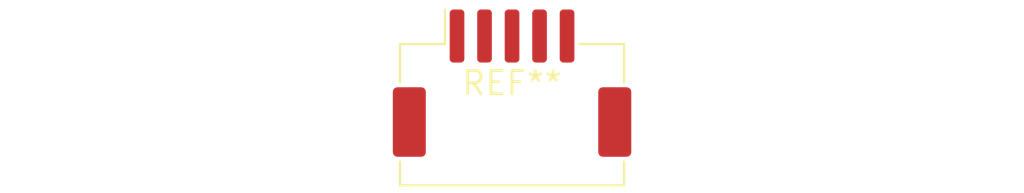
<source format=kicad_pcb>
(kicad_pcb (version 20240108) (generator pcbnew)
  (layers (0 "F.Cu" signal) (31 "B.Cu" signal) (34 "B.Paste" user) (35 "F.Paste" user) (36 "B.SilkS" user "B.Silkscreen") (37 "F.SilkS" user "F.Silkscreen") (38 "B.Mask" user) (39 "F.Mask" user) (44 "Edge.Cuts" user))
  (net 0 "")
  (footprint "JST_ZE_SM05B-ZESS-TB_1x05-1MP_P1.50mm_Horizontal" (layer "F.Cu") (at 0 0)
    (property "Reference" "REF**")
    (property "Value" "JST_ZE_SM05B-ZESS-TB_1x05-1MP_P1.50mm_Horizontal")
    (fp_line (start -6.11 -2.135) (end -3.66 -2.135) (layer "F.SilkS") (stroke (width 0.12)))
    (fp_line (start -6.11 -0.035) (end -6.11 -2.135) (layer "F.SilkS") (stroke (width 0.12)))
    (fp_line (start -6.11 4.285) (end -6.11 5.585) (layer "F.SilkS") (stroke (width 0.12)))
    (fp_line (start -6.11 5.585) (end 6.11 5.585) (layer "F.SilkS") (stroke (width 0.12)))
    (fp_line (start -3.66 -2.135) (end -3.66 -4.025) (layer "F.SilkS") (stroke (width 0.12)))
    (fp_line (start 6.11 -2.135) (end 3.66 -2.135) (layer "F.SilkS") (stroke (width 0.12)))
    (fp_line (start 6.11 -0.035) (end 6.11 -2.135) (layer "F.SilkS") (stroke (width 0.12)))
    (fp_line (start 6.11 5.585) (end 6.11 4.285) (layer "F.SilkS") (stroke (width 0.12)))
    (pad "1" smd roundrect (at -3 -2.575) (size 0.8 2.9) (layers "F.Cu" "F.Paste" "F.Mask"))
    (pad "2" smd roundrect (at -1.5 -2.575) (size 0.8 2.9) (layers "F.Cu" "F.Paste" "F.Mask"))
    (pad "3" smd roundrect (at 0 -2.575) (size 0.8 2.9) (layers "F.Cu" "F.Paste" "F.Mask"))
    (pad "4" smd roundrect (at 1.5 -2.575) (size 0.8 2.9) (layers "F.Cu" "F.Paste" "F.Mask"))
    (pad "5" smd roundrect (at 3 -2.575) (size 0.8 2.9) (layers "F.Cu" "F.Paste" "F.Mask"))
    (pad "MP" smd roundrect (at -5.6 2.125) (size 1.8 3.8) (layers "F.Cu" "F.Paste" "F.Mask") (roundrect_rratio 0.138889))
    (pad "MP" smd roundrect (at 5.6 2.125) (size 1.8 3.8) (layers "F.Cu" "F.Paste" "F.Mask") (roundrect_rratio 0.138889))
  )
)
</source>
